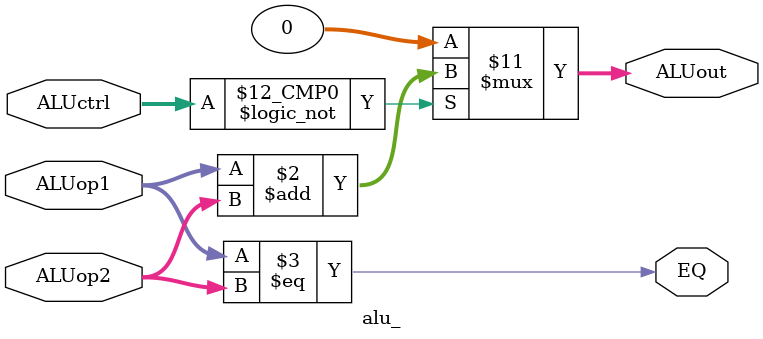
<source format=sv>
module alu_(
    input   logic [31:0]      ALUop1, 
    input logic [31:0] ALUop2,
    input   logic [2:0]            ALUctrl,
    output  logic [31:0]       ALUout,
    output  logic               EQ

);


always_comb begin
    case (ALUctrl)
    3'b000:     ALUout = ALUop1 + ALUop2;
    3'b001: ALUout = 32'b0;
    3'b010: ALUout = 32'b0;
    3'b011: ALUout = 32'b0;
    3'b100: ALUout = 32'b0;
    3'b101: ALUout = 32'b0;
    3'b110: ALUout = 32'b0;
    default:    ALUout = 0;
    endcase
end

assign      EQ = (ALUop1 == ALUop2);
    

endmodule


</source>
